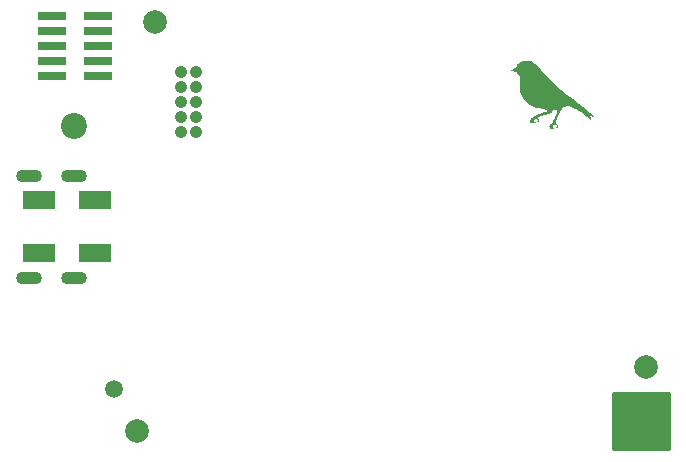
<source format=gbs>
G04 #@! TF.GenerationSoftware,KiCad,Pcbnew,(5.1.9)-1*
G04 #@! TF.CreationDate,2021-03-02T14:07:55-05:00*
G04 #@! TF.ProjectId,Canary,43616e61-7279-42e6-9b69-6361645f7063,A.1*
G04 #@! TF.SameCoordinates,Original*
G04 #@! TF.FileFunction,Soldermask,Bot*
G04 #@! TF.FilePolarity,Negative*
%FSLAX46Y46*%
G04 Gerber Fmt 4.6, Leading zero omitted, Abs format (unit mm)*
G04 Created by KiCad (PCBNEW (5.1.9)-1) date 2021-03-02 14:07:55*
%MOMM*%
%LPD*%
G01*
G04 APERTURE LIST*
%ADD10O,2.200000X1.100000*%
%ADD11C,0.100000*%
%ADD12C,2.000000*%
%ADD13C,1.500000*%
%ADD14C,2.200000*%
%ADD15R,2.800000X1.500000*%
%ADD16C,1.050000*%
%ADD17R,2.400000X0.760000*%
%ADD18C,0.254000*%
G04 APERTURE END LIST*
D10*
X121550000Y-92680000D03*
X121550000Y-101320000D03*
X117750000Y-92680000D03*
X117750000Y-101320000D03*
D11*
G36*
X161925613Y-88719605D02*
G01*
X161922724Y-88719104D01*
X161882724Y-88709104D01*
X161880851Y-88708537D01*
X161879005Y-88707878D01*
X161875890Y-88706455D01*
X161874614Y-88705734D01*
X161873359Y-88704962D01*
X161843359Y-88684962D01*
X161841777Y-88683791D01*
X161840260Y-88682548D01*
X161838044Y-88680429D01*
X161837299Y-88679598D01*
X161836574Y-88678741D01*
X161816574Y-88653741D01*
X161815644Y-88652480D01*
X161814771Y-88651194D01*
X161813953Y-88649884D01*
X161793953Y-88614884D01*
X161793068Y-88613142D01*
X161792266Y-88611353D01*
X161791051Y-88607767D01*
X161790636Y-88606009D01*
X161790302Y-88604242D01*
X161780302Y-88534242D01*
X161780102Y-88531595D01*
X161780078Y-88528941D01*
X161780231Y-88526279D01*
X161790231Y-88446279D01*
X161790419Y-88445077D01*
X161790641Y-88443892D01*
X161790896Y-88442724D01*
X161800896Y-88402724D01*
X161801463Y-88400851D01*
X161802122Y-88399005D01*
X161803318Y-88396304D01*
X161803785Y-88395430D01*
X161804275Y-88394565D01*
X161834275Y-88344565D01*
X161835369Y-88342930D01*
X161836538Y-88341356D01*
X161839124Y-88338497D01*
X161840530Y-88337216D01*
X161842000Y-88336000D01*
X161882000Y-88306000D01*
X161884200Y-88304566D01*
X161886486Y-88303281D01*
X161888858Y-88302145D01*
X161938858Y-88282145D01*
X161940143Y-88281682D01*
X161941432Y-88281266D01*
X161942724Y-88280896D01*
X161978391Y-88271979D01*
X162020208Y-88246889D01*
X162065643Y-88192367D01*
X162113510Y-88115780D01*
X162212320Y-87898397D01*
X162261929Y-87769415D01*
X162331678Y-87580095D01*
X162391178Y-87401596D01*
X162420794Y-87283132D01*
X162440000Y-87196705D01*
X162440000Y-87160000D01*
X162420477Y-87133969D01*
X162381748Y-87115746D01*
X162308824Y-87110000D01*
X162082483Y-87110000D01*
X162046995Y-87115915D01*
X162039769Y-87173721D01*
X162039665Y-87174444D01*
X162039548Y-87175165D01*
X162039418Y-87175883D01*
X162029418Y-87225883D01*
X162028938Y-87227787D01*
X162028367Y-87229662D01*
X162026863Y-87233283D01*
X162025937Y-87235011D01*
X162023763Y-87238259D01*
X162022525Y-87239766D01*
X162021213Y-87241213D01*
X161971213Y-87291213D01*
X161970798Y-87291616D01*
X161970371Y-87292019D01*
X161969931Y-87292422D01*
X161880588Y-87371838D01*
X161851213Y-87401213D01*
X161849755Y-87402535D01*
X161848231Y-87403785D01*
X161846641Y-87404962D01*
X161816641Y-87424962D01*
X161814953Y-87425971D01*
X161813223Y-87426893D01*
X161809195Y-87428506D01*
X161806899Y-87429147D01*
X161804562Y-87429651D01*
X161676682Y-87449325D01*
X161449369Y-87518506D01*
X161110904Y-87637965D01*
X160903096Y-87727026D01*
X160751987Y-87809039D01*
X160759486Y-87811539D01*
X160760820Y-87812037D01*
X160762130Y-87812580D01*
X160763416Y-87813167D01*
X160823416Y-87843167D01*
X160824984Y-87844041D01*
X160826512Y-87844985D01*
X160828000Y-87846000D01*
X160868000Y-87876000D01*
X160869511Y-87877254D01*
X160870956Y-87878578D01*
X160873537Y-87881447D01*
X160874667Y-87882978D01*
X160875725Y-87884565D01*
X160905725Y-87934565D01*
X160906651Y-87936296D01*
X160907490Y-87938068D01*
X160908685Y-87941277D01*
X160909077Y-87942689D01*
X160909418Y-87944117D01*
X160919281Y-87993432D01*
X160929104Y-88032724D01*
X160929551Y-88035128D01*
X160929850Y-88037553D01*
X160930000Y-88040000D01*
X160930000Y-88080000D01*
X160929904Y-88081959D01*
X160929712Y-88083910D01*
X160928947Y-88087756D01*
X160928378Y-88089632D01*
X160926458Y-88094002D01*
X160925028Y-88096422D01*
X160923426Y-88098741D01*
X160883426Y-88148741D01*
X160882124Y-88150215D01*
X160880755Y-88151618D01*
X160877764Y-88154136D01*
X160876148Y-88155246D01*
X160872839Y-88157084D01*
X160871177Y-88157811D01*
X160869487Y-88158461D01*
X160809487Y-88178461D01*
X160807591Y-88178990D01*
X160805680Y-88179424D01*
X160802511Y-88179881D01*
X160801260Y-88179960D01*
X160800000Y-88180000D01*
X160770000Y-88180000D01*
X160768041Y-88179904D01*
X160766090Y-88179712D01*
X160761565Y-88178728D01*
X160759044Y-88177864D01*
X160756584Y-88176833D01*
X160736584Y-88166833D01*
X160734876Y-88165871D01*
X160733217Y-88164827D01*
X160730120Y-88162424D01*
X160728696Y-88161076D01*
X160725813Y-88157659D01*
X160724424Y-88155579D01*
X160723167Y-88153416D01*
X160713167Y-88133416D01*
X160712378Y-88131623D01*
X160711677Y-88129792D01*
X160710641Y-88126008D01*
X160710311Y-88124076D01*
X160710033Y-88120158D01*
X160710087Y-88118198D01*
X160710576Y-88114320D01*
X160711010Y-88112409D01*
X160712250Y-88108686D01*
X160713049Y-88106896D01*
X160714990Y-88103490D01*
X160716123Y-88101890D01*
X160718696Y-88098924D01*
X160720120Y-88097576D01*
X160723217Y-88095173D01*
X160724876Y-88094129D01*
X160728377Y-88092378D01*
X160730208Y-88091677D01*
X160734695Y-88090533D01*
X160737336Y-88090178D01*
X160740000Y-88090000D01*
X160752918Y-88090000D01*
X160784910Y-88074004D01*
X160804794Y-88060748D01*
X160808777Y-88048799D01*
X160791695Y-87980472D01*
X160786730Y-87970543D01*
X160737680Y-87937843D01*
X160703895Y-87929397D01*
X160647516Y-87920000D01*
X160582484Y-87920000D01*
X160529381Y-87928851D01*
X160497770Y-87944656D01*
X160483316Y-87959110D01*
X160467191Y-87983298D01*
X160460000Y-88004870D01*
X160460000Y-88027027D01*
X160468254Y-88068297D01*
X160482379Y-88089484D01*
X160526263Y-88124591D01*
X160560468Y-88141694D01*
X160637276Y-88160896D01*
X160639149Y-88161463D01*
X160640995Y-88162122D01*
X160644544Y-88163798D01*
X160646226Y-88164805D01*
X160649379Y-88167141D01*
X160650832Y-88168457D01*
X160653462Y-88171356D01*
X160654631Y-88172930D01*
X160656651Y-88176296D01*
X160657490Y-88178068D01*
X160658813Y-88181759D01*
X160659290Y-88183660D01*
X160659867Y-88187538D01*
X160659964Y-88189496D01*
X160659772Y-88193414D01*
X160659485Y-88195353D01*
X160658537Y-88199149D01*
X160657878Y-88200995D01*
X160656202Y-88204544D01*
X160655195Y-88206226D01*
X160652219Y-88210054D01*
X160650184Y-88212101D01*
X160648000Y-88214000D01*
X160608000Y-88244000D01*
X160606375Y-88245098D01*
X160604699Y-88246115D01*
X160601160Y-88247812D01*
X160599318Y-88248482D01*
X160594984Y-88249530D01*
X160592502Y-88249843D01*
X160590000Y-88250000D01*
X160510000Y-88250000D01*
X160508041Y-88249904D01*
X160506090Y-88249712D01*
X160502121Y-88248909D01*
X160500133Y-88248292D01*
X160498183Y-88247574D01*
X160428183Y-88217574D01*
X160426422Y-88216715D01*
X160424704Y-88215770D01*
X160420982Y-88213129D01*
X160419046Y-88211391D01*
X160417222Y-88209524D01*
X160357222Y-88139524D01*
X160356017Y-88137969D01*
X160354894Y-88136363D01*
X160352999Y-88133004D01*
X160352228Y-88131264D01*
X160351539Y-88129487D01*
X160331539Y-88069487D01*
X160331010Y-88067591D01*
X160330576Y-88065680D01*
X160330119Y-88062511D01*
X160330040Y-88061260D01*
X160330000Y-88060000D01*
X160330000Y-88000000D01*
X160330097Y-87998031D01*
X160330291Y-87996070D01*
X160330582Y-87994117D01*
X160340582Y-87944117D01*
X160341023Y-87942341D01*
X160341544Y-87940588D01*
X160342145Y-87938858D01*
X160350102Y-87918965D01*
X160314026Y-87949028D01*
X160289132Y-87998819D01*
X160280373Y-88068891D01*
X160287987Y-88106960D01*
X160322390Y-88149964D01*
X160329110Y-88156684D01*
X160355090Y-88174004D01*
X160393416Y-88193167D01*
X160395124Y-88194129D01*
X160396783Y-88195173D01*
X160399880Y-88197576D01*
X160401304Y-88198924D01*
X160403877Y-88201890D01*
X160405010Y-88203490D01*
X160406951Y-88206896D01*
X160407750Y-88208686D01*
X160408990Y-88212409D01*
X160409424Y-88214320D01*
X160409913Y-88218198D01*
X160409967Y-88220158D01*
X160409689Y-88224076D01*
X160409359Y-88226008D01*
X160408323Y-88229792D01*
X160407622Y-88231623D01*
X160405871Y-88235124D01*
X160404827Y-88236783D01*
X160402424Y-88239880D01*
X160401076Y-88241304D01*
X160398110Y-88243877D01*
X160396510Y-88245010D01*
X160392394Y-88247252D01*
X160389867Y-88248265D01*
X160387276Y-88249104D01*
X160347276Y-88259104D01*
X160345353Y-88259485D01*
X160343414Y-88259772D01*
X160339003Y-88259933D01*
X160336556Y-88259751D01*
X160334117Y-88259418D01*
X160284117Y-88249418D01*
X160281545Y-88248722D01*
X160279034Y-88247860D01*
X160276584Y-88246833D01*
X160216584Y-88216833D01*
X160214876Y-88215871D01*
X160213217Y-88214827D01*
X160209833Y-88212148D01*
X160208155Y-88210495D01*
X160206574Y-88208741D01*
X160166574Y-88158741D01*
X160165422Y-88157147D01*
X160164354Y-88155504D01*
X160162552Y-88152028D01*
X160161824Y-88150207D01*
X160160841Y-88146982D01*
X160160547Y-88145613D01*
X160160302Y-88144242D01*
X160150302Y-88074242D01*
X160150120Y-88072292D01*
X160150034Y-88070334D01*
X160150135Y-88067269D01*
X160150256Y-88066169D01*
X160150408Y-88065068D01*
X160170408Y-87945068D01*
X160170944Y-87942728D01*
X160171617Y-87940433D01*
X160172426Y-87938183D01*
X160202426Y-87868183D01*
X160203285Y-87866422D01*
X160204230Y-87864704D01*
X160206409Y-87861517D01*
X160207626Y-87860061D01*
X160208913Y-87858661D01*
X160250209Y-87817853D01*
X160268511Y-87799066D01*
X160270336Y-87797410D01*
X160272258Y-87795871D01*
X160274277Y-87794450D01*
X160404277Y-87714450D01*
X160404777Y-87714152D01*
X160405277Y-87713864D01*
X160405777Y-87713586D01*
X160535777Y-87643586D01*
X160536791Y-87643076D01*
X160537818Y-87642596D01*
X160538858Y-87642145D01*
X160738858Y-87562145D01*
X160739113Y-87562046D01*
X160739316Y-87561968D01*
X160739467Y-87561910D01*
X160899467Y-87501910D01*
X160899634Y-87501849D01*
X160899782Y-87501795D01*
X160899910Y-87501748D01*
X161179224Y-87401993D01*
X161348578Y-87332259D01*
X161348896Y-87332132D01*
X161349192Y-87332016D01*
X161349467Y-87331910D01*
X161508635Y-87272222D01*
X161590768Y-87235718D01*
X161603740Y-87218629D01*
X161600703Y-87188489D01*
X161584004Y-87155090D01*
X161568965Y-87132533D01*
X161505844Y-87096463D01*
X161447708Y-87067395D01*
X161401987Y-87049107D01*
X161216545Y-87019826D01*
X160947784Y-86999918D01*
X160947471Y-86999893D01*
X160947215Y-86999870D01*
X160947015Y-86999851D01*
X160747015Y-86979851D01*
X160744428Y-86979419D01*
X160741876Y-86978819D01*
X160739360Y-86978050D01*
X160449360Y-86868050D01*
X160448188Y-86867562D01*
X160447029Y-86867036D01*
X160445882Y-86866471D01*
X160145882Y-86706471D01*
X160144329Y-86705550D01*
X160142828Y-86704566D01*
X160141379Y-86703521D01*
X159901379Y-86513521D01*
X159899957Y-86512281D01*
X159898596Y-86510977D01*
X159897296Y-86509608D01*
X159707296Y-86289608D01*
X159706750Y-86288948D01*
X159706211Y-86288267D01*
X159705679Y-86287565D01*
X159575679Y-86107565D01*
X159575468Y-86107267D01*
X159575254Y-86106959D01*
X159575038Y-86106641D01*
X159435038Y-85896641D01*
X159434245Y-85895348D01*
X159433504Y-85894030D01*
X159432814Y-85892687D01*
X159362814Y-85742687D01*
X159361964Y-85740554D01*
X159361241Y-85738385D01*
X159360644Y-85736180D01*
X159320644Y-85546180D01*
X159320552Y-85545717D01*
X159320459Y-85545217D01*
X159320367Y-85544679D01*
X159290367Y-85354679D01*
X159290229Y-85353622D01*
X159290119Y-85352561D01*
X159290037Y-85351498D01*
X159280037Y-85151498D01*
X159280018Y-85150980D01*
X159280006Y-85150481D01*
X159280000Y-85150000D01*
X159280000Y-84830401D01*
X159270052Y-84472294D01*
X159250809Y-84318342D01*
X159193366Y-84193882D01*
X159124365Y-84075596D01*
X159056457Y-83968883D01*
X159010296Y-83922722D01*
X158974224Y-83895668D01*
X158948796Y-83883117D01*
X158858954Y-83879982D01*
X158858640Y-83879968D01*
X158858324Y-83879952D01*
X158858005Y-83879934D01*
X158708005Y-83869934D01*
X158707431Y-83869887D01*
X158706856Y-83869832D01*
X158706279Y-83869769D01*
X158546279Y-83849769D01*
X158544343Y-83849429D01*
X158542431Y-83848996D01*
X158538717Y-83847762D01*
X158536926Y-83846965D01*
X158533511Y-83845023D01*
X158531910Y-83843891D01*
X158528951Y-83841331D01*
X158527601Y-83839909D01*
X158525191Y-83836810D01*
X158524145Y-83835152D01*
X158522387Y-83831644D01*
X158521685Y-83829814D01*
X158520538Y-83825328D01*
X158520180Y-83822677D01*
X158520000Y-83820000D01*
X158520000Y-83810000D01*
X158520096Y-83808041D01*
X158520288Y-83806090D01*
X158521272Y-83801565D01*
X158522136Y-83799044D01*
X158523167Y-83796584D01*
X158533167Y-83776584D01*
X158534129Y-83774876D01*
X158535173Y-83773217D01*
X158538075Y-83769611D01*
X158539975Y-83767742D01*
X158542000Y-83766000D01*
X158582000Y-83736000D01*
X158583025Y-83735280D01*
X158584064Y-83734598D01*
X158585116Y-83733953D01*
X158794815Y-83614125D01*
X158843950Y-83584644D01*
X158872279Y-83565758D01*
X158917621Y-83529484D01*
X158934258Y-83504529D01*
X159003586Y-83375777D01*
X159003905Y-83375207D01*
X159004230Y-83374648D01*
X159004560Y-83374100D01*
X159054560Y-83294100D01*
X159054913Y-83293556D01*
X159055270Y-83293024D01*
X159055631Y-83292503D01*
X159078157Y-83261129D01*
X159079025Y-83260007D01*
X159079933Y-83258915D01*
X159080882Y-83257853D01*
X159108356Y-83229227D01*
X159109394Y-83228221D01*
X159110470Y-83227251D01*
X159111582Y-83226319D01*
X159201582Y-83156319D01*
X159202335Y-83155761D01*
X159203105Y-83155218D01*
X159203893Y-83154690D01*
X159313893Y-83084690D01*
X159314790Y-83084152D01*
X159315687Y-83083645D01*
X159316584Y-83083167D01*
X159416584Y-83033167D01*
X159417870Y-83032580D01*
X159419180Y-83032037D01*
X159420513Y-83031539D01*
X159480513Y-83011539D01*
X159481261Y-83011306D01*
X159481998Y-83011092D01*
X159482724Y-83010896D01*
X159562724Y-82990896D01*
X159563895Y-82990640D01*
X159565081Y-82990418D01*
X159566283Y-82990231D01*
X159632699Y-82981937D01*
X159633765Y-82981833D01*
X159634839Y-82981757D01*
X159635922Y-82981710D01*
X159739506Y-82980004D01*
X159740031Y-82980002D01*
X159740541Y-82980007D01*
X159741034Y-82980018D01*
X160031034Y-82990018D01*
X160032183Y-82990091D01*
X160033321Y-82990196D01*
X160034450Y-82990332D01*
X160234450Y-83020332D01*
X160236140Y-83020661D01*
X160237819Y-83021063D01*
X160239487Y-83021539D01*
X160359487Y-83061539D01*
X160360468Y-83061895D01*
X160361444Y-83062278D01*
X160362414Y-83062689D01*
X160472414Y-83112689D01*
X160473853Y-83113414D01*
X160475262Y-83114197D01*
X160476641Y-83115038D01*
X160596641Y-83195038D01*
X160597960Y-83195997D01*
X160599236Y-83197007D01*
X160600469Y-83198068D01*
X160750469Y-83338068D01*
X160750731Y-83338317D01*
X160750979Y-83338557D01*
X160751213Y-83338787D01*
X160861213Y-83448787D01*
X160861570Y-83449153D01*
X160861932Y-83449534D01*
X160862299Y-83449931D01*
X160952299Y-83549931D01*
X160952459Y-83550111D01*
X160952524Y-83550185D01*
X161102495Y-83720152D01*
X161103155Y-83720940D01*
X161103794Y-83721744D01*
X161104412Y-83722563D01*
X161154412Y-83792563D01*
X161155270Y-83793870D01*
X161156077Y-83795210D01*
X161156833Y-83796584D01*
X161176833Y-83836584D01*
X161177622Y-83838377D01*
X161178323Y-83840208D01*
X161178855Y-83842150D01*
X161262818Y-83940524D01*
X161262887Y-83940604D01*
X161262963Y-83940694D01*
X161263046Y-83940794D01*
X161412465Y-84120095D01*
X161571542Y-84289116D01*
X161740989Y-84458563D01*
X161970450Y-84678048D01*
X162410180Y-85077802D01*
X162410321Y-85077931D01*
X162410471Y-85078070D01*
X162410632Y-85078221D01*
X162790123Y-85437739D01*
X163298823Y-85876617D01*
X163657832Y-86145874D01*
X163767645Y-86225738D01*
X163767892Y-86225920D01*
X163768149Y-86226113D01*
X163768418Y-86226319D01*
X164308195Y-86646145D01*
X164857930Y-87055948D01*
X164858083Y-87056063D01*
X164858275Y-87056209D01*
X164858507Y-87056388D01*
X165228507Y-87346388D01*
X165228709Y-87346549D01*
X165228832Y-87346648D01*
X165228876Y-87346683D01*
X165438876Y-87516683D01*
X165439261Y-87517002D01*
X165439659Y-87517341D01*
X165440069Y-87517701D01*
X165540069Y-87607701D01*
X165540466Y-87608068D01*
X165540847Y-87608430D01*
X165541213Y-87608787D01*
X165561213Y-87628787D01*
X165562528Y-87630237D01*
X165563772Y-87631752D01*
X165565614Y-87634406D01*
X165566243Y-87635490D01*
X165566833Y-87636584D01*
X165576833Y-87656584D01*
X165577420Y-87657870D01*
X165577963Y-87659180D01*
X165578461Y-87660513D01*
X165588461Y-87690513D01*
X165588990Y-87692409D01*
X165589424Y-87694320D01*
X165589881Y-87697489D01*
X165589960Y-87698740D01*
X165590000Y-87700000D01*
X165590000Y-87710000D01*
X165589904Y-87711959D01*
X165589712Y-87713910D01*
X165588947Y-87717756D01*
X165588378Y-87719632D01*
X165586878Y-87723254D01*
X165585954Y-87724983D01*
X165583772Y-87728248D01*
X165582528Y-87729763D01*
X165579763Y-87732528D01*
X165578248Y-87733772D01*
X165574983Y-87735954D01*
X165573254Y-87736878D01*
X165569632Y-87738378D01*
X165567756Y-87738947D01*
X165563910Y-87739712D01*
X165561959Y-87739904D01*
X165560000Y-87740000D01*
X165540000Y-87740000D01*
X165538041Y-87739904D01*
X165536090Y-87739712D01*
X165532121Y-87738909D01*
X165530133Y-87738292D01*
X165528183Y-87737574D01*
X165458183Y-87707574D01*
X165457652Y-87707337D01*
X165457119Y-87707090D01*
X165456584Y-87706833D01*
X165379888Y-87668485D01*
X165299675Y-87650660D01*
X165268068Y-87656981D01*
X165257191Y-87673298D01*
X165251223Y-87691201D01*
X165258305Y-87719528D01*
X165276316Y-87755550D01*
X165305725Y-87804565D01*
X165306651Y-87806296D01*
X165307490Y-87808068D01*
X165308556Y-87810832D01*
X165308843Y-87811780D01*
X165309104Y-87812724D01*
X165318822Y-87851596D01*
X165328461Y-87880513D01*
X165328990Y-87882409D01*
X165329424Y-87884320D01*
X165329881Y-87887489D01*
X165329960Y-87888740D01*
X165330000Y-87890000D01*
X165330000Y-87920000D01*
X165329904Y-87921959D01*
X165329712Y-87923910D01*
X165328947Y-87927756D01*
X165328378Y-87929632D01*
X165326878Y-87933254D01*
X165325954Y-87934983D01*
X165323772Y-87938248D01*
X165322528Y-87939763D01*
X165319763Y-87942528D01*
X165318248Y-87943772D01*
X165314983Y-87945954D01*
X165313254Y-87946878D01*
X165309632Y-87948378D01*
X165307756Y-87948947D01*
X165303910Y-87949712D01*
X165301959Y-87949904D01*
X165300000Y-87950000D01*
X165280000Y-87950000D01*
X165278041Y-87949904D01*
X165276090Y-87949712D01*
X165271565Y-87948728D01*
X165269044Y-87947864D01*
X165266584Y-87946833D01*
X165206584Y-87916833D01*
X165204268Y-87915473D01*
X165202050Y-87913962D01*
X165199931Y-87912299D01*
X165099931Y-87822299D01*
X165099534Y-87821932D01*
X165099153Y-87821570D01*
X165098787Y-87821213D01*
X164969078Y-87691504D01*
X164790761Y-87523093D01*
X164643323Y-87414973D01*
X164314728Y-87215824D01*
X164055371Y-87066195D01*
X163817000Y-86937077D01*
X163628903Y-86857878D01*
X163470003Y-86798291D01*
X163360937Y-86761935D01*
X163271298Y-86797792D01*
X162981471Y-86917720D01*
X162981038Y-86917894D01*
X162980601Y-86918063D01*
X162980161Y-86918227D01*
X162887650Y-86951531D01*
X162886833Y-86953416D01*
X162846833Y-87033416D01*
X162845893Y-87035090D01*
X162844875Y-87036715D01*
X162843778Y-87038291D01*
X162745542Y-87165998D01*
X162687223Y-87282636D01*
X162448007Y-87840807D01*
X162348619Y-88129031D01*
X162318464Y-88234574D01*
X162363721Y-88240231D01*
X162365657Y-88240571D01*
X162367569Y-88241004D01*
X162370797Y-88242029D01*
X162372117Y-88242575D01*
X162373416Y-88243167D01*
X162453416Y-88283167D01*
X162455124Y-88284129D01*
X162456783Y-88285173D01*
X162460389Y-88288075D01*
X162462258Y-88289975D01*
X162464000Y-88292000D01*
X162524000Y-88372000D01*
X162525098Y-88373625D01*
X162526115Y-88375301D01*
X162527718Y-88378585D01*
X162528316Y-88380162D01*
X162528845Y-88381759D01*
X162548845Y-88451759D01*
X162549421Y-88454477D01*
X162549806Y-88457224D01*
X162550000Y-88460000D01*
X162550000Y-88520000D01*
X162549904Y-88521959D01*
X162549712Y-88523910D01*
X162548947Y-88527756D01*
X162548378Y-88529632D01*
X162547100Y-88532825D01*
X162546436Y-88534143D01*
X162545725Y-88535435D01*
X162515725Y-88585435D01*
X162514631Y-88587070D01*
X162513462Y-88588644D01*
X162510832Y-88591543D01*
X162509379Y-88592859D01*
X162506415Y-88595080D01*
X162504934Y-88595989D01*
X162503416Y-88596833D01*
X162463416Y-88616833D01*
X162461623Y-88617622D01*
X162459792Y-88618323D01*
X162455305Y-88619467D01*
X162452664Y-88619822D01*
X162450000Y-88620000D01*
X162400000Y-88620000D01*
X162398041Y-88619904D01*
X162396090Y-88619712D01*
X162392244Y-88618947D01*
X162390368Y-88618378D01*
X162386746Y-88616878D01*
X162385017Y-88615954D01*
X162381752Y-88613772D01*
X162380237Y-88612528D01*
X162377472Y-88609763D01*
X162376228Y-88608248D01*
X162374046Y-88604983D01*
X162373122Y-88603254D01*
X162371622Y-88599632D01*
X162371053Y-88597756D01*
X162370288Y-88593910D01*
X162370096Y-88591959D01*
X162370096Y-88588041D01*
X162370288Y-88586090D01*
X162371053Y-88582244D01*
X162371622Y-88580368D01*
X162373122Y-88576746D01*
X162374046Y-88575017D01*
X162376228Y-88571752D01*
X162377472Y-88570237D01*
X162380245Y-88567465D01*
X162381769Y-88566215D01*
X162383359Y-88565038D01*
X162408367Y-88548367D01*
X162423307Y-88525955D01*
X162440000Y-88484223D01*
X162440000Y-88482973D01*
X162431369Y-88439822D01*
X162407075Y-88391230D01*
X162370327Y-88369182D01*
X162280169Y-88360166D01*
X162197932Y-88369304D01*
X162117274Y-88405152D01*
X162075569Y-88446857D01*
X162060000Y-88485780D01*
X162060000Y-88532918D01*
X162074656Y-88562230D01*
X162097770Y-88585344D01*
X162151506Y-88612212D01*
X162179487Y-88621539D01*
X162180820Y-88622037D01*
X162182130Y-88622580D01*
X162183416Y-88623167D01*
X162203416Y-88633167D01*
X162205124Y-88634129D01*
X162206783Y-88635173D01*
X162209880Y-88637576D01*
X162211304Y-88638924D01*
X162213877Y-88641890D01*
X162215010Y-88643490D01*
X162216951Y-88646896D01*
X162217750Y-88648686D01*
X162218990Y-88652409D01*
X162219424Y-88654320D01*
X162219913Y-88658198D01*
X162219967Y-88660158D01*
X162219689Y-88664076D01*
X162219359Y-88666008D01*
X162218323Y-88669792D01*
X162217622Y-88671623D01*
X162215871Y-88675124D01*
X162214827Y-88676783D01*
X162212424Y-88679880D01*
X162211076Y-88681304D01*
X162207659Y-88684187D01*
X162205579Y-88685576D01*
X162203416Y-88686833D01*
X162163416Y-88706833D01*
X162161623Y-88707622D01*
X162159792Y-88708323D01*
X162156008Y-88709359D01*
X162154076Y-88709689D01*
X162149993Y-88709962D01*
X162147870Y-88709886D01*
X162145758Y-88709698D01*
X162075758Y-88699698D01*
X162073831Y-88699326D01*
X162071927Y-88698860D01*
X162067754Y-88697330D01*
X162065525Y-88696218D01*
X162063359Y-88694962D01*
X162003359Y-88654962D01*
X162001777Y-88653791D01*
X162000260Y-88652548D01*
X161998044Y-88650429D01*
X161997299Y-88649598D01*
X161996574Y-88648741D01*
X161956574Y-88598741D01*
X161955422Y-88597147D01*
X161954354Y-88595504D01*
X161952537Y-88591990D01*
X161951799Y-88590133D01*
X161951155Y-88588241D01*
X161931155Y-88518241D01*
X161930708Y-88516329D01*
X161930357Y-88514401D01*
X161930043Y-88510219D01*
X161930110Y-88507986D01*
X161930302Y-88505758D01*
X161940302Y-88435758D01*
X161940778Y-88433428D01*
X161941392Y-88431128D01*
X161942145Y-88428858D01*
X161945269Y-88421049D01*
X161932702Y-88430474D01*
X161908399Y-88470979D01*
X161900000Y-88512973D01*
X161900000Y-88555130D01*
X161907788Y-88578494D01*
X161915623Y-88594164D01*
X161940916Y-88627888D01*
X161965090Y-88644004D01*
X161983416Y-88653167D01*
X161985124Y-88654129D01*
X161986783Y-88655173D01*
X161989880Y-88657576D01*
X161991304Y-88658924D01*
X161993877Y-88661890D01*
X161995010Y-88663490D01*
X161996951Y-88666896D01*
X161997750Y-88668686D01*
X161998990Y-88672409D01*
X161999424Y-88674320D01*
X161999913Y-88678198D01*
X161999967Y-88680158D01*
X161999689Y-88684076D01*
X161999359Y-88686008D01*
X161998323Y-88689792D01*
X161997622Y-88691623D01*
X161995871Y-88695124D01*
X161994827Y-88696783D01*
X161992424Y-88699880D01*
X161991076Y-88701304D01*
X161988110Y-88703877D01*
X161986510Y-88705010D01*
X161982394Y-88707252D01*
X161979867Y-88708265D01*
X161977276Y-88709104D01*
X161937276Y-88719104D01*
X161935353Y-88719485D01*
X161933414Y-88719772D01*
X161928524Y-88719892D01*
X161925613Y-88719605D01*
G37*
D12*
X128400000Y-79720000D03*
X126860000Y-114320000D03*
X170000000Y-108910000D03*
D13*
X124940000Y-110760000D03*
D14*
X169500000Y-113500000D03*
D15*
X123350000Y-94750000D03*
X118550000Y-94750000D03*
X123350000Y-99250000D03*
X118550000Y-99250000D03*
D16*
X131900000Y-83940000D03*
X130630000Y-83940000D03*
X131900000Y-85210000D03*
X130630000Y-85210000D03*
X131900000Y-86480000D03*
X130630000Y-86480000D03*
X131900000Y-87750000D03*
X130630000Y-87750000D03*
X131900000Y-89020000D03*
X130630000Y-89020000D03*
D17*
X123600000Y-80470000D03*
X123600000Y-79200000D03*
X123600000Y-83010000D03*
X123600000Y-81740000D03*
X123600000Y-84280000D03*
X119700000Y-79200000D03*
X119700000Y-80470000D03*
X119700000Y-81740000D03*
X119700000Y-83010000D03*
X119700000Y-84280000D03*
D14*
X121500000Y-88500000D03*
D18*
X171873000Y-115873000D02*
X167127000Y-115873000D01*
X167127000Y-111127000D01*
X171873000Y-111127000D01*
X171873000Y-115873000D01*
D11*
G36*
X171873000Y-115873000D02*
G01*
X167127000Y-115873000D01*
X167127000Y-111127000D01*
X171873000Y-111127000D01*
X171873000Y-115873000D01*
G37*
M02*

</source>
